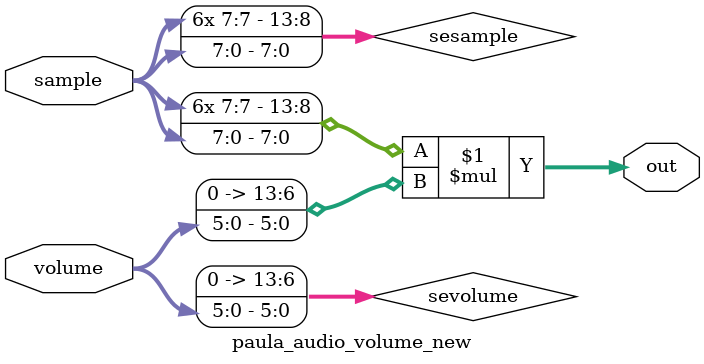
<source format=v>


module paula_audio_volume_new
(
  input   [7:0] sample,    //signed sample input
  input  [5:0] volume,    //unsigned volume input
  output  [13:0] out      //signed product out
);

wire  [13:0] sesample;       //sign extended sample
wire  [13:0] sevolume;    //sign extended volume

//sign extend input parameters
assign   sesample[13:0] = {{6{sample[7]}},sample[7:0]};
assign  sevolume[13:0] = {8'b00000000,volume[5:0]};

//multiply, synthesizer should infer multiplier here
assign out[13:0] = {sesample[13:0] * sevolume[13:0]};


endmodule

</source>
